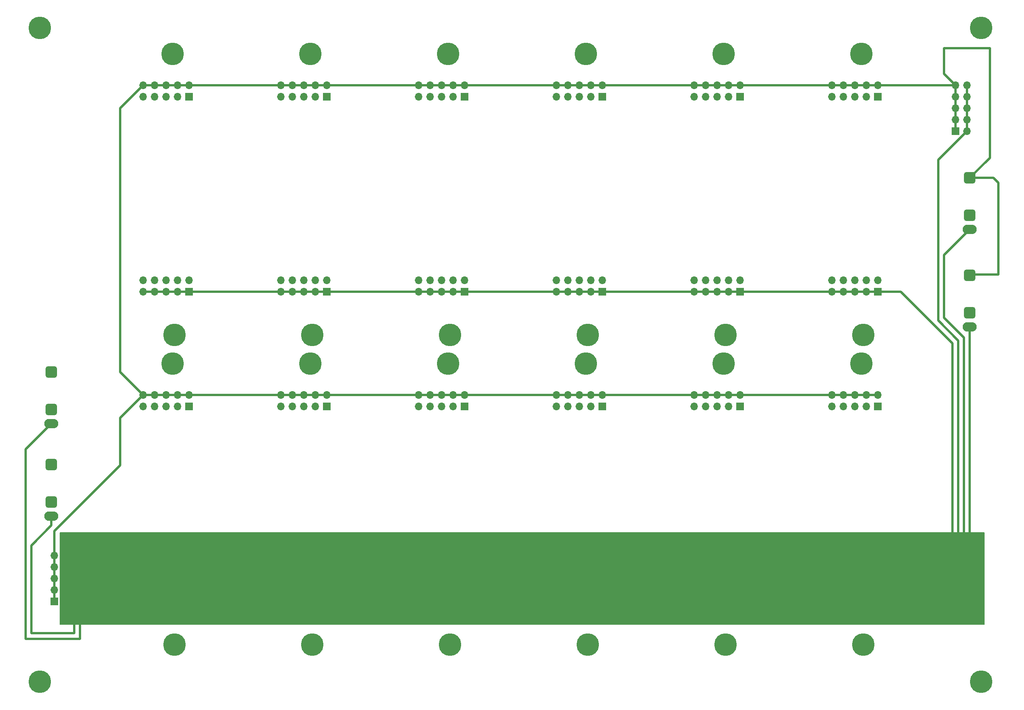
<source format=gbr>
%TF.GenerationSoftware,KiCad,Pcbnew,8.0.5*%
%TF.CreationDate,2024-11-10T12:33:03+05:30*%
%TF.ProjectId,base,62617365-2e6b-4696-9361-645f70636258,rev?*%
%TF.SameCoordinates,Original*%
%TF.FileFunction,Copper,L1,Top*%
%TF.FilePolarity,Positive*%
%FSLAX46Y46*%
G04 Gerber Fmt 4.6, Leading zero omitted, Abs format (unit mm)*
G04 Created by KiCad (PCBNEW 8.0.5) date 2024-11-10 12:33:03*
%MOMM*%
%LPD*%
G01*
G04 APERTURE LIST*
G04 Aperture macros list*
%AMRoundRect*
0 Rectangle with rounded corners*
0 $1 Rounding radius*
0 $2 $3 $4 $5 $6 $7 $8 $9 X,Y pos of 4 corners*
0 Add a 4 corners polygon primitive as box body*
4,1,4,$2,$3,$4,$5,$6,$7,$8,$9,$2,$3,0*
0 Add four circle primitives for the rounded corners*
1,1,$1+$1,$2,$3*
1,1,$1+$1,$4,$5*
1,1,$1+$1,$6,$7*
1,1,$1+$1,$8,$9*
0 Add four rect primitives between the rounded corners*
20,1,$1+$1,$2,$3,$4,$5,0*
20,1,$1+$1,$4,$5,$6,$7,0*
20,1,$1+$1,$6,$7,$8,$9,0*
20,1,$1+$1,$8,$9,$2,$3,0*%
G04 Aperture macros list end*
%TA.AperFunction,Conductor*%
%ADD10C,0.200000*%
%TD*%
%TA.AperFunction,ComponentPad*%
%ADD11RoundRect,0.650000X-0.650000X-0.650000X0.650000X-0.650000X0.650000X0.650000X-0.650000X0.650000X0*%
%TD*%
%TA.AperFunction,ComponentPad*%
%ADD12O,3.100000X2.100000*%
%TD*%
%TA.AperFunction,ComponentPad*%
%ADD13R,1.700000X1.700000*%
%TD*%
%TA.AperFunction,ComponentPad*%
%ADD14O,1.700000X1.700000*%
%TD*%
%TA.AperFunction,ViaPad*%
%ADD15C,5.000000*%
%TD*%
%TA.AperFunction,Conductor*%
%ADD16C,0.500000*%
%TD*%
G04 APERTURE END LIST*
D10*
%TO.N,GND*%
X247015000Y-157480000D02*
X42545000Y-157480000D01*
X42545000Y-137160000D01*
X247015000Y-137160000D01*
X247015000Y-157480000D01*
%TA.AperFunction,Conductor*%
G36*
X247015000Y-157480000D02*
G01*
X42545000Y-157480000D01*
X42545000Y-137160000D01*
X247015000Y-137160000D01*
X247015000Y-157480000D01*
G37*
%TD.AperFunction*%
%TD*%
D11*
%TO.P,J4,T*%
%TO.N,unconnected-(J4-PadT)*%
X40640000Y-101600000D03*
D12*
%TO.P,J4,S*%
%TO.N,GND*%
X40640000Y-113000000D03*
D11*
%TO.P,J4,R*%
%TO.N,unconnected-(J4-PadR)*%
X40640000Y-109900000D03*
%TD*%
%TO.P,J3,R*%
%TO.N,unconnected-(J3-PadR)*%
X243840000Y-88470000D03*
D12*
%TO.P,J3,S*%
%TO.N,GND*%
X243840000Y-91570000D03*
D11*
%TO.P,J3,T*%
%TO.N,+5V*%
X243840000Y-80170000D03*
%TD*%
%TO.P,J2,R*%
%TO.N,unconnected-(J2-PadR)*%
X40640000Y-130380000D03*
D12*
%TO.P,J2,S*%
%TO.N,GND*%
X40640000Y-133480000D03*
D11*
%TO.P,J2,T*%
%TO.N,unconnected-(J2-PadT)*%
X40640000Y-122080000D03*
%TD*%
%TO.P,J1,R*%
%TO.N,unconnected-(J1-PadR)*%
X243840000Y-66880000D03*
D12*
%TO.P,J1,S*%
%TO.N,GND*%
X243840000Y-69980000D03*
D11*
%TO.P,J1,T*%
%TO.N,+5V*%
X243840000Y-58580000D03*
%TD*%
D13*
%TO.P,GND2,1,Pin_1*%
%TO.N,GND*%
X101600000Y-83820000D03*
D14*
%TO.P,GND2,2,Pin_2*%
%TO.N,unconnected-(GND2-Pin_2-Pad2)*%
X101600000Y-81280000D03*
%TO.P,GND2,3,Pin_3*%
%TO.N,GND*%
X99060000Y-83820000D03*
%TO.P,GND2,4,Pin_4*%
%TO.N,unconnected-(GND2-Pin_4-Pad4)*%
X99060000Y-81280000D03*
%TO.P,GND2,5,Pin_5*%
%TO.N,GND*%
X96520000Y-83820000D03*
%TO.P,GND2,6,Pin_6*%
%TO.N,unconnected-(GND2-Pin_6-Pad6)*%
X96520000Y-81280000D03*
%TO.P,GND2,7,Pin_7*%
%TO.N,GND*%
X93980000Y-83820000D03*
%TO.P,GND2,8,Pin_8*%
%TO.N,unconnected-(GND2-Pin_8-Pad8)*%
X93980000Y-81280000D03*
%TO.P,GND2,9,Pin_9*%
%TO.N,GND*%
X91440000Y-83820000D03*
%TO.P,GND2,10,Pin_10*%
%TO.N,unconnected-(GND2-Pin_10-Pad10)*%
X91440000Y-81280000D03*
%TD*%
%TO.P,5V13,10,Pin_10*%
%TO.N,GND*%
X243205000Y-38100000D03*
%TO.P,5V13,9,Pin_9*%
%TO.N,+5V*%
X240665000Y-38100000D03*
%TO.P,5V13,8,Pin_8*%
%TO.N,GND*%
X243205000Y-40640000D03*
%TO.P,5V13,7,Pin_7*%
%TO.N,+5V*%
X240665000Y-40640000D03*
%TO.P,5V13,6,Pin_6*%
%TO.N,GND*%
X243205000Y-43180000D03*
%TO.P,5V13,5,Pin_5*%
%TO.N,+5V*%
X240665000Y-43180000D03*
%TO.P,5V13,4,Pin_4*%
%TO.N,GND*%
X243205000Y-45720000D03*
%TO.P,5V13,3,Pin_3*%
%TO.N,+5V*%
X240665000Y-45720000D03*
%TO.P,5V13,2,Pin_2*%
%TO.N,GND*%
X243205000Y-48260000D03*
D13*
%TO.P,5V13,1,Pin_1*%
%TO.N,+5V*%
X240665000Y-48260000D03*
%TD*%
%TO.P,GND8,1,Pin_1*%
%TO.N,GND*%
X101600000Y-152400000D03*
D14*
%TO.P,GND8,2,Pin_2*%
X101600000Y-149860000D03*
%TO.P,GND8,3,Pin_3*%
X99060000Y-152400000D03*
%TO.P,GND8,4,Pin_4*%
X99060000Y-149860000D03*
%TO.P,GND8,5,Pin_5*%
X96520000Y-152400000D03*
%TO.P,GND8,6,Pin_6*%
X96520000Y-149860000D03*
%TO.P,GND8,7,Pin_7*%
X93980000Y-152400000D03*
%TO.P,GND8,8,Pin_8*%
X93980000Y-149860000D03*
%TO.P,GND8,9,Pin_9*%
X91440000Y-152400000D03*
%TO.P,GND8,10,Pin_10*%
X91440000Y-149860000D03*
%TD*%
D13*
%TO.P,5V5,1,Pin_1*%
%TO.N,unconnected-(5V5-Pin_1-Pad1)*%
X193040000Y-40640000D03*
D14*
%TO.P,5V5,2,Pin_2*%
%TO.N,+5V*%
X193040000Y-38100000D03*
%TO.P,5V5,3,Pin_3*%
%TO.N,unconnected-(5V5-Pin_3-Pad3)*%
X190500000Y-40640000D03*
%TO.P,5V5,4,Pin_4*%
%TO.N,+5V*%
X190500000Y-38100000D03*
%TO.P,5V5,5,Pin_5*%
%TO.N,unconnected-(5V5-Pin_5-Pad5)*%
X187960000Y-40640000D03*
%TO.P,5V5,6,Pin_6*%
%TO.N,+5V*%
X187960000Y-38100000D03*
%TO.P,5V5,7,Pin_7*%
%TO.N,unconnected-(5V5-Pin_7-Pad7)*%
X185420000Y-40640000D03*
%TO.P,5V5,8,Pin_8*%
%TO.N,+5V*%
X185420000Y-38100000D03*
%TO.P,5V5,9,Pin_9*%
%TO.N,unconnected-(5V5-Pin_9-Pad9)*%
X182880000Y-40640000D03*
%TO.P,5V5,10,Pin_10*%
%TO.N,+5V*%
X182880000Y-38100000D03*
%TD*%
D13*
%TO.P,GND12,1,Pin_1*%
%TO.N,GND*%
X223520000Y-152400000D03*
D14*
%TO.P,GND12,2,Pin_2*%
X223520000Y-149860000D03*
%TO.P,GND12,3,Pin_3*%
X220980000Y-152400000D03*
%TO.P,GND12,4,Pin_4*%
X220980000Y-149860000D03*
%TO.P,GND12,5,Pin_5*%
X218440000Y-152400000D03*
%TO.P,GND12,6,Pin_6*%
X218440000Y-149860000D03*
%TO.P,GND12,7,Pin_7*%
X215900000Y-152400000D03*
%TO.P,GND12,8,Pin_8*%
X215900000Y-149860000D03*
%TO.P,GND12,9,Pin_9*%
X213360000Y-152400000D03*
%TO.P,GND12,10,Pin_10*%
X213360000Y-149860000D03*
%TD*%
D13*
%TO.P,5V14,1,Pin_1*%
%TO.N,+5V*%
X41275000Y-152400000D03*
D14*
%TO.P,5V14,2,Pin_2*%
%TO.N,GND*%
X43815000Y-152400000D03*
%TO.P,5V14,3,Pin_3*%
%TO.N,+5V*%
X41275000Y-149860000D03*
%TO.P,5V14,4,Pin_4*%
%TO.N,GND*%
X43815000Y-149860000D03*
%TO.P,5V14,5,Pin_5*%
%TO.N,+5V*%
X41275000Y-147320000D03*
%TO.P,5V14,6,Pin_6*%
%TO.N,GND*%
X43815000Y-147320000D03*
%TO.P,5V14,7,Pin_7*%
%TO.N,+5V*%
X41275000Y-144780000D03*
%TO.P,5V14,8,Pin_8*%
%TO.N,GND*%
X43815000Y-144780000D03*
%TO.P,5V14,9,Pin_9*%
%TO.N,+5V*%
X41275000Y-142240000D03*
%TO.P,5V14,10,Pin_10*%
%TO.N,GND*%
X43815000Y-142240000D03*
%TD*%
D13*
%TO.P,5V3,1,Pin_1*%
%TO.N,unconnected-(5V3-Pin_1-Pad1)*%
X132080000Y-40640000D03*
D14*
%TO.P,5V3,2,Pin_2*%
%TO.N,+5V*%
X132080000Y-38100000D03*
%TO.P,5V3,3,Pin_3*%
%TO.N,unconnected-(5V3-Pin_3-Pad3)*%
X129540000Y-40640000D03*
%TO.P,5V3,4,Pin_4*%
%TO.N,+5V*%
X129540000Y-38100000D03*
%TO.P,5V3,5,Pin_5*%
%TO.N,unconnected-(5V3-Pin_5-Pad5)*%
X127000000Y-40640000D03*
%TO.P,5V3,6,Pin_6*%
%TO.N,+5V*%
X127000000Y-38100000D03*
%TO.P,5V3,7,Pin_7*%
%TO.N,unconnected-(5V3-Pin_7-Pad7)*%
X124460000Y-40640000D03*
%TO.P,5V3,8,Pin_8*%
%TO.N,+5V*%
X124460000Y-38100000D03*
%TO.P,5V3,9,Pin_9*%
%TO.N,unconnected-(5V3-Pin_9-Pad9)*%
X121920000Y-40640000D03*
%TO.P,5V3,10,Pin_10*%
%TO.N,+5V*%
X121920000Y-38100000D03*
%TD*%
D13*
%TO.P,5V12,1,Pin_1*%
%TO.N,unconnected-(5V12-Pin_1-Pad1)*%
X223520000Y-109220000D03*
D14*
%TO.P,5V12,2,Pin_2*%
%TO.N,+5V*%
X223520000Y-106680000D03*
%TO.P,5V12,3,Pin_3*%
%TO.N,unconnected-(5V12-Pin_3-Pad3)*%
X220980000Y-109220000D03*
%TO.P,5V12,4,Pin_4*%
%TO.N,+5V*%
X220980000Y-106680000D03*
%TO.P,5V12,5,Pin_5*%
%TO.N,unconnected-(5V12-Pin_5-Pad5)*%
X218440000Y-109220000D03*
%TO.P,5V12,6,Pin_6*%
%TO.N,+5V*%
X218440000Y-106680000D03*
%TO.P,5V12,7,Pin_7*%
%TO.N,unconnected-(5V12-Pin_7-Pad7)*%
X215900000Y-109220000D03*
%TO.P,5V12,8,Pin_8*%
%TO.N,+5V*%
X215900000Y-106680000D03*
%TO.P,5V12,9,Pin_9*%
%TO.N,unconnected-(5V12-Pin_9-Pad9)*%
X213360000Y-109220000D03*
%TO.P,5V12,10,Pin_10*%
%TO.N,+5V*%
X213360000Y-106680000D03*
%TD*%
D13*
%TO.P,5V7,1,Pin_1*%
%TO.N,unconnected-(5V7-Pin_1-Pad1)*%
X71120000Y-109220000D03*
D14*
%TO.P,5V7,2,Pin_2*%
%TO.N,+5V*%
X71120000Y-106680000D03*
%TO.P,5V7,3,Pin_3*%
%TO.N,unconnected-(5V7-Pin_3-Pad3)*%
X68580000Y-109220000D03*
%TO.P,5V7,4,Pin_4*%
%TO.N,+5V*%
X68580000Y-106680000D03*
%TO.P,5V7,5,Pin_5*%
%TO.N,unconnected-(5V7-Pin_5-Pad5)*%
X66040000Y-109220000D03*
%TO.P,5V7,6,Pin_6*%
%TO.N,+5V*%
X66040000Y-106680000D03*
%TO.P,5V7,7,Pin_7*%
%TO.N,unconnected-(5V7-Pin_7-Pad7)*%
X63500000Y-109220000D03*
%TO.P,5V7,8,Pin_8*%
%TO.N,+5V*%
X63500000Y-106680000D03*
%TO.P,5V7,9,Pin_9*%
%TO.N,unconnected-(5V7-Pin_9-Pad9)*%
X60960000Y-109220000D03*
%TO.P,5V7,10,Pin_10*%
%TO.N,+5V*%
X60960000Y-106680000D03*
%TD*%
D13*
%TO.P,GND7,1,Pin_1*%
%TO.N,GND*%
X71120000Y-152400000D03*
D14*
%TO.P,GND7,2,Pin_2*%
X71120000Y-149860000D03*
%TO.P,GND7,3,Pin_3*%
X68580000Y-152400000D03*
%TO.P,GND7,4,Pin_4*%
X68580000Y-149860000D03*
%TO.P,GND7,5,Pin_5*%
X66040000Y-152400000D03*
%TO.P,GND7,6,Pin_6*%
X66040000Y-149860000D03*
%TO.P,GND7,7,Pin_7*%
X63500000Y-152400000D03*
%TO.P,GND7,8,Pin_8*%
X63500000Y-149860000D03*
%TO.P,GND7,9,Pin_9*%
X60960000Y-152400000D03*
%TO.P,GND7,10,Pin_10*%
X60960000Y-149860000D03*
%TD*%
D13*
%TO.P,5V8,1,Pin_1*%
%TO.N,unconnected-(5V8-Pin_1-Pad1)*%
X101600000Y-109220000D03*
D14*
%TO.P,5V8,2,Pin_2*%
%TO.N,+5V*%
X101600000Y-106680000D03*
%TO.P,5V8,3,Pin_3*%
%TO.N,unconnected-(5V8-Pin_3-Pad3)*%
X99060000Y-109220000D03*
%TO.P,5V8,4,Pin_4*%
%TO.N,+5V*%
X99060000Y-106680000D03*
%TO.P,5V8,5,Pin_5*%
%TO.N,unconnected-(5V8-Pin_5-Pad5)*%
X96520000Y-109220000D03*
%TO.P,5V8,6,Pin_6*%
%TO.N,+5V*%
X96520000Y-106680000D03*
%TO.P,5V8,7,Pin_7*%
%TO.N,unconnected-(5V8-Pin_7-Pad7)*%
X93980000Y-109220000D03*
%TO.P,5V8,8,Pin_8*%
%TO.N,+5V*%
X93980000Y-106680000D03*
%TO.P,5V8,9,Pin_9*%
%TO.N,unconnected-(5V8-Pin_9-Pad9)*%
X91440000Y-109220000D03*
%TO.P,5V8,10,Pin_10*%
%TO.N,+5V*%
X91440000Y-106680000D03*
%TD*%
D13*
%TO.P,GND10,1,Pin_1*%
%TO.N,GND*%
X162560000Y-152400000D03*
D14*
%TO.P,GND10,2,Pin_2*%
X162560000Y-149860000D03*
%TO.P,GND10,3,Pin_3*%
X160020000Y-152400000D03*
%TO.P,GND10,4,Pin_4*%
X160020000Y-149860000D03*
%TO.P,GND10,5,Pin_5*%
X157480000Y-152400000D03*
%TO.P,GND10,6,Pin_6*%
X157480000Y-149860000D03*
%TO.P,GND10,7,Pin_7*%
X154940000Y-152400000D03*
%TO.P,GND10,8,Pin_8*%
X154940000Y-149860000D03*
%TO.P,GND10,9,Pin_9*%
X152400000Y-152400000D03*
%TO.P,GND10,10,Pin_10*%
X152400000Y-149860000D03*
%TD*%
D13*
%TO.P,GND6,1,Pin_1*%
%TO.N,GND*%
X223520000Y-83820000D03*
D14*
%TO.P,GND6,2,Pin_2*%
%TO.N,unconnected-(GND6-Pin_2-Pad2)*%
X223520000Y-81280000D03*
%TO.P,GND6,3,Pin_3*%
%TO.N,GND*%
X220980000Y-83820000D03*
%TO.P,GND6,4,Pin_4*%
%TO.N,unconnected-(GND6-Pin_4-Pad4)*%
X220980000Y-81280000D03*
%TO.P,GND6,5,Pin_5*%
%TO.N,GND*%
X218440000Y-83820000D03*
%TO.P,GND6,6,Pin_6*%
%TO.N,unconnected-(GND6-Pin_6-Pad6)*%
X218440000Y-81280000D03*
%TO.P,GND6,7,Pin_7*%
%TO.N,GND*%
X215900000Y-83820000D03*
%TO.P,GND6,8,Pin_8*%
%TO.N,unconnected-(GND6-Pin_8-Pad8)*%
X215900000Y-81280000D03*
%TO.P,GND6,9,Pin_9*%
%TO.N,GND*%
X213360000Y-83820000D03*
%TO.P,GND6,10,Pin_10*%
%TO.N,unconnected-(GND6-Pin_10-Pad10)*%
X213360000Y-81280000D03*
%TD*%
D13*
%TO.P,GND9,1,Pin_1*%
%TO.N,GND*%
X132080000Y-152400000D03*
D14*
%TO.P,GND9,2,Pin_2*%
X132080000Y-149860000D03*
%TO.P,GND9,3,Pin_3*%
X129540000Y-152400000D03*
%TO.P,GND9,4,Pin_4*%
X129540000Y-149860000D03*
%TO.P,GND9,5,Pin_5*%
X127000000Y-152400000D03*
%TO.P,GND9,6,Pin_6*%
X127000000Y-149860000D03*
%TO.P,GND9,7,Pin_7*%
X124460000Y-152400000D03*
%TO.P,GND9,8,Pin_8*%
X124460000Y-149860000D03*
%TO.P,GND9,9,Pin_9*%
X121920000Y-152400000D03*
%TO.P,GND9,10,Pin_10*%
X121920000Y-149860000D03*
%TD*%
D13*
%TO.P,GND3,1,Pin_1*%
%TO.N,GND*%
X132080000Y-83820000D03*
D14*
%TO.P,GND3,2,Pin_2*%
%TO.N,unconnected-(GND3-Pin_2-Pad2)*%
X132080000Y-81280000D03*
%TO.P,GND3,3,Pin_3*%
%TO.N,GND*%
X129540000Y-83820000D03*
%TO.P,GND3,4,Pin_4*%
%TO.N,unconnected-(GND3-Pin_4-Pad4)*%
X129540000Y-81280000D03*
%TO.P,GND3,5,Pin_5*%
%TO.N,GND*%
X127000000Y-83820000D03*
%TO.P,GND3,6,Pin_6*%
%TO.N,unconnected-(GND3-Pin_6-Pad6)*%
X127000000Y-81280000D03*
%TO.P,GND3,7,Pin_7*%
%TO.N,GND*%
X124460000Y-83820000D03*
%TO.P,GND3,8,Pin_8*%
%TO.N,unconnected-(GND3-Pin_8-Pad8)*%
X124460000Y-81280000D03*
%TO.P,GND3,9,Pin_9*%
%TO.N,GND*%
X121920000Y-83820000D03*
%TO.P,GND3,10,Pin_10*%
%TO.N,unconnected-(GND3-Pin_10-Pad10)*%
X121920000Y-81280000D03*
%TD*%
D13*
%TO.P,5V10,1,Pin_1*%
%TO.N,unconnected-(5V10-Pin_1-Pad1)*%
X162560000Y-109220000D03*
D14*
%TO.P,5V10,2,Pin_2*%
%TO.N,+5V*%
X162560000Y-106680000D03*
%TO.P,5V10,3,Pin_3*%
%TO.N,unconnected-(5V10-Pin_3-Pad3)*%
X160020000Y-109220000D03*
%TO.P,5V10,4,Pin_4*%
%TO.N,+5V*%
X160020000Y-106680000D03*
%TO.P,5V10,5,Pin_5*%
%TO.N,unconnected-(5V10-Pin_5-Pad5)*%
X157480000Y-109220000D03*
%TO.P,5V10,6,Pin_6*%
%TO.N,+5V*%
X157480000Y-106680000D03*
%TO.P,5V10,7,Pin_7*%
%TO.N,unconnected-(5V10-Pin_7-Pad7)*%
X154940000Y-109220000D03*
%TO.P,5V10,8,Pin_8*%
%TO.N,+5V*%
X154940000Y-106680000D03*
%TO.P,5V10,9,Pin_9*%
%TO.N,unconnected-(5V10-Pin_9-Pad9)*%
X152400000Y-109220000D03*
%TO.P,5V10,10,Pin_10*%
%TO.N,+5V*%
X152400000Y-106680000D03*
%TD*%
D13*
%TO.P,GND5,1,Pin_1*%
%TO.N,GND*%
X193040000Y-83820000D03*
D14*
%TO.P,GND5,2,Pin_2*%
%TO.N,unconnected-(GND5-Pin_2-Pad2)*%
X193040000Y-81280000D03*
%TO.P,GND5,3,Pin_3*%
%TO.N,GND*%
X190500000Y-83820000D03*
%TO.P,GND5,4,Pin_4*%
%TO.N,unconnected-(GND5-Pin_4-Pad4)*%
X190500000Y-81280000D03*
%TO.P,GND5,5,Pin_5*%
%TO.N,GND*%
X187960000Y-83820000D03*
%TO.P,GND5,6,Pin_6*%
%TO.N,unconnected-(GND5-Pin_6-Pad6)*%
X187960000Y-81280000D03*
%TO.P,GND5,7,Pin_7*%
%TO.N,GND*%
X185420000Y-83820000D03*
%TO.P,GND5,8,Pin_8*%
%TO.N,unconnected-(GND5-Pin_8-Pad8)*%
X185420000Y-81280000D03*
%TO.P,GND5,9,Pin_9*%
%TO.N,GND*%
X182880000Y-83820000D03*
%TO.P,GND5,10,Pin_10*%
%TO.N,unconnected-(GND5-Pin_10-Pad10)*%
X182880000Y-81280000D03*
%TD*%
D13*
%TO.P,5V4,1,Pin_1*%
%TO.N,unconnected-(5V4-Pin_1-Pad1)*%
X162560000Y-40640000D03*
D14*
%TO.P,5V4,2,Pin_2*%
%TO.N,+5V*%
X162560000Y-38100000D03*
%TO.P,5V4,3,Pin_3*%
%TO.N,unconnected-(5V4-Pin_3-Pad3)*%
X160020000Y-40640000D03*
%TO.P,5V4,4,Pin_4*%
%TO.N,+5V*%
X160020000Y-38100000D03*
%TO.P,5V4,5,Pin_5*%
%TO.N,unconnected-(5V4-Pin_5-Pad5)*%
X157480000Y-40640000D03*
%TO.P,5V4,6,Pin_6*%
%TO.N,+5V*%
X157480000Y-38100000D03*
%TO.P,5V4,7,Pin_7*%
%TO.N,unconnected-(5V4-Pin_7-Pad7)*%
X154940000Y-40640000D03*
%TO.P,5V4,8,Pin_8*%
%TO.N,+5V*%
X154940000Y-38100000D03*
%TO.P,5V4,9,Pin_9*%
%TO.N,unconnected-(5V4-Pin_9-Pad9)*%
X152400000Y-40640000D03*
%TO.P,5V4,10,Pin_10*%
%TO.N,+5V*%
X152400000Y-38100000D03*
%TD*%
D13*
%TO.P,GND1,1,Pin_1*%
%TO.N,GND*%
X71120000Y-83820000D03*
D14*
%TO.P,GND1,2,Pin_2*%
%TO.N,unconnected-(GND1-Pin_2-Pad2)*%
X71120000Y-81280000D03*
%TO.P,GND1,3,Pin_3*%
%TO.N,GND*%
X68580000Y-83820000D03*
%TO.P,GND1,4,Pin_4*%
%TO.N,unconnected-(GND1-Pin_4-Pad4)*%
X68580000Y-81280000D03*
%TO.P,GND1,5,Pin_5*%
%TO.N,GND*%
X66040000Y-83820000D03*
%TO.P,GND1,6,Pin_6*%
%TO.N,unconnected-(GND1-Pin_6-Pad6)*%
X66040000Y-81280000D03*
%TO.P,GND1,7,Pin_7*%
%TO.N,GND*%
X63500000Y-83820000D03*
%TO.P,GND1,8,Pin_8*%
%TO.N,unconnected-(GND1-Pin_8-Pad8)*%
X63500000Y-81280000D03*
%TO.P,GND1,9,Pin_9*%
%TO.N,GND*%
X60960000Y-83820000D03*
%TO.P,GND1,10,Pin_10*%
%TO.N,unconnected-(GND1-Pin_10-Pad10)*%
X60960000Y-81280000D03*
%TD*%
D13*
%TO.P,5V1,1,Pin_1*%
%TO.N,unconnected-(5V1-Pin_1-Pad1)*%
X71120000Y-40640000D03*
D14*
%TO.P,5V1,2,Pin_2*%
%TO.N,+5V*%
X71120000Y-38100000D03*
%TO.P,5V1,3,Pin_3*%
%TO.N,unconnected-(5V1-Pin_3-Pad3)*%
X68580000Y-40640000D03*
%TO.P,5V1,4,Pin_4*%
%TO.N,+5V*%
X68580000Y-38100000D03*
%TO.P,5V1,5,Pin_5*%
%TO.N,unconnected-(5V1-Pin_5-Pad5)*%
X66040000Y-40640000D03*
%TO.P,5V1,6,Pin_6*%
%TO.N,+5V*%
X66040000Y-38100000D03*
%TO.P,5V1,7,Pin_7*%
%TO.N,unconnected-(5V1-Pin_7-Pad7)*%
X63500000Y-40640000D03*
%TO.P,5V1,8,Pin_8*%
%TO.N,+5V*%
X63500000Y-38100000D03*
%TO.P,5V1,9,Pin_9*%
%TO.N,unconnected-(5V1-Pin_9-Pad9)*%
X60960000Y-40640000D03*
%TO.P,5V1,10,Pin_10*%
%TO.N,+5V*%
X60960000Y-38100000D03*
%TD*%
D13*
%TO.P,GND4,1,Pin_1*%
%TO.N,GND*%
X162560000Y-83820000D03*
D14*
%TO.P,GND4,2,Pin_2*%
%TO.N,unconnected-(GND4-Pin_2-Pad2)*%
X162560000Y-81280000D03*
%TO.P,GND4,3,Pin_3*%
%TO.N,GND*%
X160020000Y-83820000D03*
%TO.P,GND4,4,Pin_4*%
%TO.N,unconnected-(GND4-Pin_4-Pad4)*%
X160020000Y-81280000D03*
%TO.P,GND4,5,Pin_5*%
%TO.N,GND*%
X157480000Y-83820000D03*
%TO.P,GND4,6,Pin_6*%
%TO.N,unconnected-(GND4-Pin_6-Pad6)*%
X157480000Y-81280000D03*
%TO.P,GND4,7,Pin_7*%
%TO.N,GND*%
X154940000Y-83820000D03*
%TO.P,GND4,8,Pin_8*%
%TO.N,unconnected-(GND4-Pin_8-Pad8)*%
X154940000Y-81280000D03*
%TO.P,GND4,9,Pin_9*%
%TO.N,GND*%
X152400000Y-83820000D03*
%TO.P,GND4,10,Pin_10*%
%TO.N,unconnected-(GND4-Pin_10-Pad10)*%
X152400000Y-81280000D03*
%TD*%
D13*
%TO.P,5V6,1,Pin_1*%
%TO.N,unconnected-(5V6-Pin_1-Pad1)*%
X223520000Y-40640000D03*
D14*
%TO.P,5V6,2,Pin_2*%
%TO.N,+5V*%
X223520000Y-38100000D03*
%TO.P,5V6,3,Pin_3*%
%TO.N,unconnected-(5V6-Pin_3-Pad3)*%
X220980000Y-40640000D03*
%TO.P,5V6,4,Pin_4*%
%TO.N,+5V*%
X220980000Y-38100000D03*
%TO.P,5V6,5,Pin_5*%
%TO.N,unconnected-(5V6-Pin_5-Pad5)*%
X218440000Y-40640000D03*
%TO.P,5V6,6,Pin_6*%
%TO.N,+5V*%
X218440000Y-38100000D03*
%TO.P,5V6,7,Pin_7*%
%TO.N,unconnected-(5V6-Pin_7-Pad7)*%
X215900000Y-40640000D03*
%TO.P,5V6,8,Pin_8*%
%TO.N,+5V*%
X215900000Y-38100000D03*
%TO.P,5V6,9,Pin_9*%
%TO.N,unconnected-(5V6-Pin_9-Pad9)*%
X213360000Y-40640000D03*
%TO.P,5V6,10,Pin_10*%
%TO.N,+5V*%
X213360000Y-38100000D03*
%TD*%
D13*
%TO.P,GND11,1,Pin_1*%
%TO.N,GND*%
X193040000Y-152400000D03*
D14*
%TO.P,GND11,2,Pin_2*%
X193040000Y-149860000D03*
%TO.P,GND11,3,Pin_3*%
X190500000Y-152400000D03*
%TO.P,GND11,4,Pin_4*%
X190500000Y-149860000D03*
%TO.P,GND11,5,Pin_5*%
X187960000Y-152400000D03*
%TO.P,GND11,6,Pin_6*%
X187960000Y-149860000D03*
%TO.P,GND11,7,Pin_7*%
X185420000Y-152400000D03*
%TO.P,GND11,8,Pin_8*%
X185420000Y-149860000D03*
%TO.P,GND11,9,Pin_9*%
X182880000Y-152400000D03*
%TO.P,GND11,10,Pin_10*%
X182880000Y-149860000D03*
%TD*%
D13*
%TO.P,5V9,1,Pin_1*%
%TO.N,unconnected-(5V9-Pin_1-Pad1)*%
X132080000Y-109220000D03*
D14*
%TO.P,5V9,2,Pin_2*%
%TO.N,+5V*%
X132080000Y-106680000D03*
%TO.P,5V9,3,Pin_3*%
%TO.N,unconnected-(5V9-Pin_3-Pad3)*%
X129540000Y-109220000D03*
%TO.P,5V9,4,Pin_4*%
%TO.N,+5V*%
X129540000Y-106680000D03*
%TO.P,5V9,5,Pin_5*%
%TO.N,unconnected-(5V9-Pin_5-Pad5)*%
X127000000Y-109220000D03*
%TO.P,5V9,6,Pin_6*%
%TO.N,+5V*%
X127000000Y-106680000D03*
%TO.P,5V9,7,Pin_7*%
%TO.N,unconnected-(5V9-Pin_7-Pad7)*%
X124460000Y-109220000D03*
%TO.P,5V9,8,Pin_8*%
%TO.N,+5V*%
X124460000Y-106680000D03*
%TO.P,5V9,9,Pin_9*%
%TO.N,unconnected-(5V9-Pin_9-Pad9)*%
X121920000Y-109220000D03*
%TO.P,5V9,10,Pin_10*%
%TO.N,+5V*%
X121920000Y-106680000D03*
%TD*%
D13*
%TO.P,5V11,1,Pin_1*%
%TO.N,unconnected-(5V11-Pin_1-Pad1)*%
X193040000Y-109220000D03*
D14*
%TO.P,5V11,2,Pin_2*%
%TO.N,+5V*%
X193040000Y-106680000D03*
%TO.P,5V11,3,Pin_3*%
%TO.N,unconnected-(5V11-Pin_3-Pad3)*%
X190500000Y-109220000D03*
%TO.P,5V11,4,Pin_4*%
%TO.N,+5V*%
X190500000Y-106680000D03*
%TO.P,5V11,5,Pin_5*%
%TO.N,unconnected-(5V11-Pin_5-Pad5)*%
X187960000Y-109220000D03*
%TO.P,5V11,6,Pin_6*%
%TO.N,+5V*%
X187960000Y-106680000D03*
%TO.P,5V11,7,Pin_7*%
%TO.N,unconnected-(5V11-Pin_7-Pad7)*%
X185420000Y-109220000D03*
%TO.P,5V11,8,Pin_8*%
%TO.N,+5V*%
X185420000Y-106680000D03*
%TO.P,5V11,9,Pin_9*%
%TO.N,unconnected-(5V11-Pin_9-Pad9)*%
X182880000Y-109220000D03*
%TO.P,5V11,10,Pin_10*%
%TO.N,+5V*%
X182880000Y-106680000D03*
%TD*%
D13*
%TO.P,5V2,1,Pin_1*%
%TO.N,unconnected-(5V2-Pin_1-Pad1)*%
X101600000Y-40640000D03*
D14*
%TO.P,5V2,2,Pin_2*%
%TO.N,+5V*%
X101600000Y-38100000D03*
%TO.P,5V2,3,Pin_3*%
%TO.N,unconnected-(5V2-Pin_3-Pad3)*%
X99060000Y-40640000D03*
%TO.P,5V2,4,Pin_4*%
%TO.N,+5V*%
X99060000Y-38100000D03*
%TO.P,5V2,5,Pin_5*%
%TO.N,unconnected-(5V2-Pin_5-Pad5)*%
X96520000Y-40640000D03*
%TO.P,5V2,6,Pin_6*%
%TO.N,+5V*%
X96520000Y-38100000D03*
%TO.P,5V2,7,Pin_7*%
%TO.N,unconnected-(5V2-Pin_7-Pad7)*%
X93980000Y-40640000D03*
%TO.P,5V2,8,Pin_8*%
%TO.N,+5V*%
X93980000Y-38100000D03*
%TO.P,5V2,9,Pin_9*%
%TO.N,unconnected-(5V2-Pin_9-Pad9)*%
X91440000Y-40640000D03*
%TO.P,5V2,10,Pin_10*%
%TO.N,+5V*%
X91440000Y-38100000D03*
%TD*%
D15*
%TO.N,*%
X158897580Y-99695000D03*
X246380000Y-25400000D03*
X219857580Y-31115000D03*
X158897580Y-31115000D03*
X219857580Y-99695000D03*
X97937580Y-99695000D03*
X128417580Y-31115000D03*
X97937580Y-31115000D03*
X67864908Y-161925000D03*
X189377580Y-31115000D03*
X159304908Y-93345000D03*
X220264908Y-161925000D03*
X128824908Y-161925000D03*
X128824908Y-93345000D03*
X246380000Y-170180000D03*
X67864908Y-93345000D03*
X220264908Y-93345000D03*
X38100000Y-25400000D03*
X128417580Y-99695000D03*
X98344908Y-161925000D03*
X67457580Y-99695000D03*
X38100000Y-170180000D03*
X189784908Y-93345000D03*
X67457580Y-31115000D03*
X159304908Y-161925000D03*
X98344908Y-93345000D03*
X189377580Y-99695000D03*
X189784908Y-161925000D03*
%TD*%
D16*
%TO.N,GND*%
X220980000Y-83820000D02*
X228600000Y-83820000D01*
X240030000Y-137795000D02*
X225425000Y-152400000D01*
X228600000Y-83820000D02*
X240030000Y-95250000D01*
X240030000Y-95250000D02*
X240030000Y-137795000D01*
X225425000Y-152400000D02*
X223520000Y-152400000D01*
X241300000Y-94615000D02*
X241300000Y-147320000D01*
X241300000Y-147320000D02*
X227898478Y-147320000D01*
X236855000Y-54610000D02*
X236855000Y-90170000D01*
X243205000Y-48260000D02*
X236855000Y-54610000D01*
X236855000Y-90170000D02*
X241300000Y-94615000D01*
X223520000Y-151698478D02*
X223520000Y-152400000D01*
X227898478Y-147320000D02*
X223520000Y-151698478D01*
X236220000Y-138998478D02*
X227898478Y-147320000D01*
X227898478Y-147320000D02*
X144780000Y-147320000D01*
X243840000Y-69980000D02*
X238125000Y-75695000D01*
X238125000Y-75695000D02*
X238125000Y-89535000D01*
X238125000Y-89535000D02*
X242570000Y-93980000D01*
X49784000Y-154940000D02*
X47244000Y-152400000D01*
X242570000Y-93980000D02*
X242570000Y-137795000D01*
X47244000Y-152400000D02*
X43815000Y-152400000D01*
X242570000Y-137795000D02*
X225425000Y-154940000D01*
X225425000Y-154940000D02*
X49784000Y-154940000D01*
X243840000Y-91570000D02*
X243840000Y-138430000D01*
X243840000Y-138430000D02*
X226060000Y-156210000D01*
X226060000Y-156210000D02*
X49530000Y-156210000D01*
X49530000Y-156210000D02*
X45720000Y-152400000D01*
X40640000Y-135572500D02*
X36195000Y-140017500D01*
X36195000Y-140017500D02*
X36195000Y-159385000D01*
X36195000Y-159385000D02*
X45720000Y-159385000D01*
X45720000Y-159385000D02*
X45720000Y-154305000D01*
X40640000Y-133480000D02*
X40640000Y-135572500D01*
X45720000Y-154305000D02*
X43815000Y-152400000D01*
%TO.N,+5V*%
X41275000Y-142240000D02*
X41275000Y-136842500D01*
X55880000Y-111760000D02*
X60960000Y-106680000D01*
X41275000Y-136842500D02*
X55880000Y-122237500D01*
X55880000Y-122237500D02*
X55880000Y-111760000D01*
%TO.N,GND*%
X45720000Y-152400000D02*
X43815000Y-152400000D01*
X34925000Y-119380000D02*
X34925000Y-160655000D01*
X40640000Y-113000000D02*
X34925000Y-118715000D01*
X34925000Y-118715000D02*
X34925000Y-119380000D01*
X34925000Y-160655000D02*
X46990000Y-160655000D01*
X46990000Y-160655000D02*
X46990000Y-153670000D01*
X46990000Y-153670000D02*
X45720000Y-152400000D01*
X60960000Y-152400000D02*
X43815000Y-152400000D01*
%TO.N,+5V*%
X243840000Y-58580000D02*
X248285000Y-54135000D01*
X248285000Y-54135000D02*
X248285000Y-29845000D01*
X248285000Y-29845000D02*
X238125000Y-29845000D01*
X238125000Y-29845000D02*
X238125000Y-35560000D01*
X238125000Y-35560000D02*
X240665000Y-38100000D01*
X240665000Y-38100000D02*
X223520000Y-38100000D01*
%TO.N,GND*%
X223520000Y-83820000D02*
X213360000Y-83820000D01*
X71120000Y-152400000D02*
X60960000Y-152400000D01*
X71120000Y-152400000D02*
X91440000Y-152400000D01*
X101600000Y-152400000D02*
X121920000Y-152400000D01*
X162560000Y-152400000D02*
X152400000Y-152400000D01*
X223520000Y-152400000D02*
X213360000Y-152400000D01*
X132080000Y-83820000D02*
X152400000Y-83820000D01*
X101600000Y-83820000D02*
X121920000Y-83820000D01*
X71120000Y-83820000D02*
X60960000Y-83820000D01*
X243205000Y-38100000D02*
X243205000Y-48260000D01*
X193040000Y-152400000D02*
X182880000Y-152400000D01*
X162560000Y-152400000D02*
X182880000Y-152400000D01*
X71120000Y-83820000D02*
X91440000Y-83820000D01*
X193040000Y-152400000D02*
X213360000Y-152400000D01*
X132080000Y-83820000D02*
X121920000Y-83820000D01*
X193040000Y-83820000D02*
X213360000Y-83820000D01*
X43815000Y-142240000D02*
X43815000Y-152400000D01*
X162560000Y-83820000D02*
X182880000Y-83820000D01*
X101600000Y-152400000D02*
X91440000Y-152400000D01*
X132080000Y-152400000D02*
X152400000Y-152400000D01*
X162560000Y-83820000D02*
X152400000Y-83820000D01*
X132080000Y-152400000D02*
X121920000Y-152400000D01*
X101600000Y-83820000D02*
X91440000Y-83820000D01*
X193040000Y-83820000D02*
X182880000Y-83820000D01*
%TO.N,+5V*%
X60960000Y-38100000D02*
X55880000Y-43180000D01*
X213360000Y-106680000D02*
X193040000Y-106680000D01*
X121920000Y-38100000D02*
X132080000Y-38100000D01*
X152400000Y-106680000D02*
X132080000Y-106680000D01*
X91440000Y-38100000D02*
X101600000Y-38100000D01*
X213360000Y-38100000D02*
X223520000Y-38100000D01*
X213360000Y-38100000D02*
X193040000Y-38100000D01*
X121920000Y-106680000D02*
X132080000Y-106680000D01*
X91440000Y-106680000D02*
X101600000Y-106680000D01*
X182880000Y-38100000D02*
X162560000Y-38100000D01*
X182880000Y-106680000D02*
X162560000Y-106680000D01*
X182880000Y-38100000D02*
X193040000Y-38100000D01*
X182880000Y-106680000D02*
X193040000Y-106680000D01*
X91440000Y-106680000D02*
X71120000Y-106680000D01*
X121920000Y-106680000D02*
X101600000Y-106680000D01*
X121920000Y-38100000D02*
X101600000Y-38100000D01*
X55880000Y-101600000D02*
X60960000Y-106680000D01*
X55880000Y-43180000D02*
X55880000Y-101600000D01*
X213360000Y-106680000D02*
X223520000Y-106680000D01*
X41275000Y-142240000D02*
X41275000Y-152400000D01*
X152400000Y-38100000D02*
X162560000Y-38100000D01*
X240665000Y-38100000D02*
X240665000Y-48260000D01*
X152400000Y-106680000D02*
X162560000Y-106680000D01*
X91440000Y-38100000D02*
X71120000Y-38100000D01*
X60960000Y-38100000D02*
X71120000Y-38100000D01*
X60960000Y-106680000D02*
X71120000Y-106680000D01*
X152400000Y-38100000D02*
X132080000Y-38100000D01*
X243840000Y-58580000D02*
X249080000Y-58580000D01*
X249080000Y-58580000D02*
X250190000Y-59690000D01*
X250190000Y-59690000D02*
X250190000Y-80010000D01*
X250190000Y-80010000D02*
X245110000Y-80010000D01*
%TD*%
M02*

</source>
